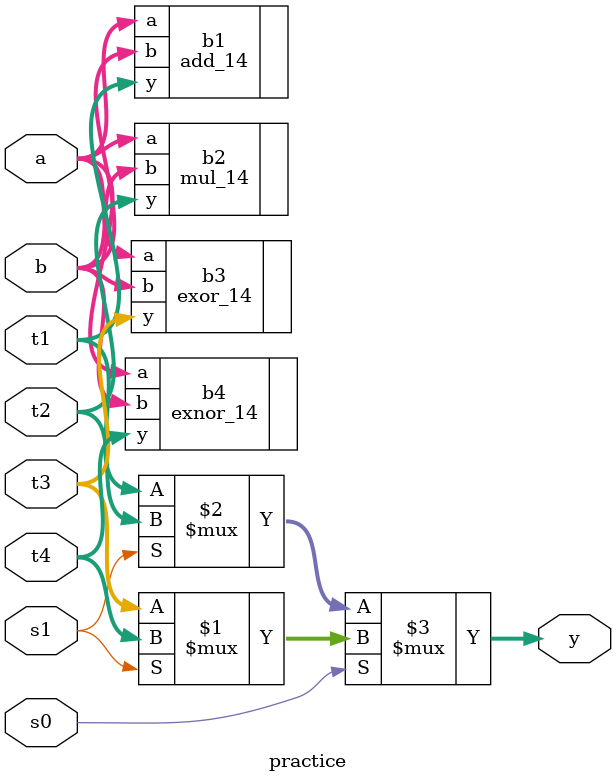
<source format=v>
`timescale 1ns / 1ps
module practice(
a,b,y,t1,t2,t3,t4,s0,s1
    );
   input [3:0]a;
   input [3:0]b;
   input s0,s1;
   input wire [3:0]t1;
   input wire [3:0]t2;
   input wire [3:0]t3;
   input wire [3:0]t4;
   output[3:0]y;
   
add_14 b1(.a(a),.b(b),.y(t1));
mul_14 b2(.a(a),.b(b),.y(t2));
exor_14 b3(.a(a),.b(b),.y(t3));
exnor_14 b4(.a(a),.b(b),.y(t4));

assign y =s0 ?(s1?(t4) :(t3)):(s1?(t2) : (t1));

 endmodule
</source>
